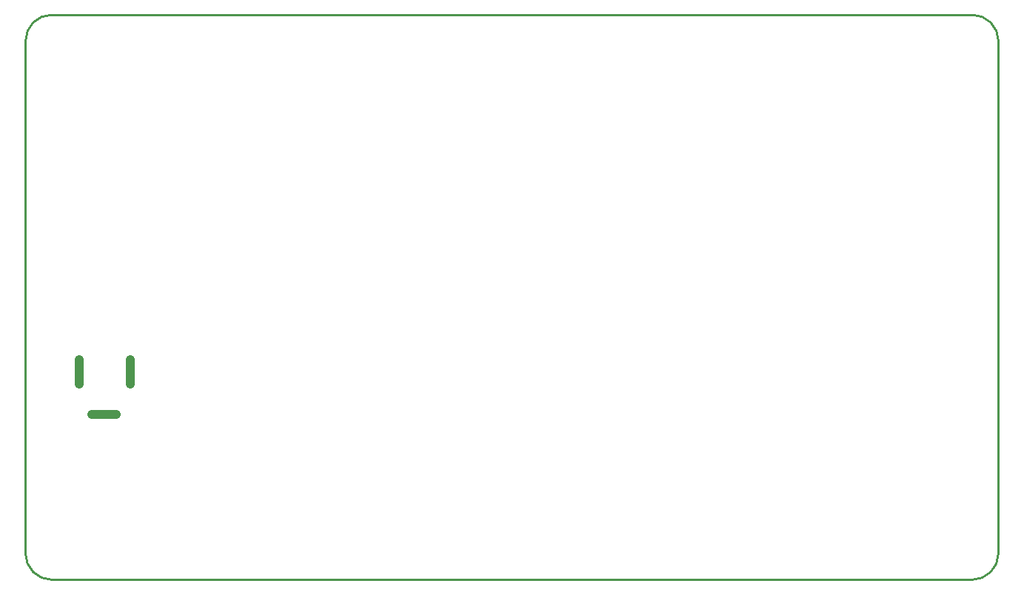
<source format=gko>
%FSTAX24Y24*%
%MOIN*%
G70*
G01*
G75*
G04 Layer_Color=16711935*
%ADD10C,0.0100*%
%ADD11R,0.0512X0.0394*%
%ADD12O,0.0945X0.0236*%
%ADD13R,0.0945X0.0236*%
%ADD14R,0.1575X0.0670*%
%ADD15R,0.0177X0.0453*%
%ADD16R,0.1378X0.0748*%
%ADD17R,0.1732X0.0866*%
%ADD18R,0.0532X0.0472*%
%ADD19R,0.1969X0.2756*%
%ADD20R,0.0472X0.0532*%
%ADD21C,0.0394*%
%ADD22R,0.0591X0.0118*%
%ADD23R,0.0118X0.0591*%
%ADD24O,0.0276X0.0984*%
%ADD25R,0.0472X0.0551*%
%ADD26R,0.0551X0.0472*%
%ADD27R,0.0591X0.0315*%
%ADD28R,0.0787X0.0571*%
%ADD29C,0.0120*%
%ADD30C,0.0300*%
%ADD31C,0.2362*%
%ADD32C,0.0800*%
%ADD33C,0.0700*%
%ADD34C,0.0591*%
%ADD35C,0.0984*%
%ADD36R,0.0984X0.0984*%
%ADD37O,0.0787X0.1890*%
%ADD38O,0.1890X0.0787*%
%ADD39C,0.0591*%
%ADD40C,0.1043*%
%ADD41R,0.0591X0.0591*%
%ADD42C,0.1161*%
%ADD43R,0.0787X0.0787*%
%ADD44C,0.0787*%
%ADD45R,0.0650X0.0650*%
%ADD46C,0.0650*%
%ADD47C,0.0728*%
%ADD48R,0.0728X0.0728*%
%ADD49C,0.1181*%
%ADD50R,0.0591X0.0591*%
%ADD51R,0.0591X0.0591*%
%ADD52C,0.0472*%
%ADD53C,0.0240*%
%ADD54R,0.0374X0.0335*%
%ADD55R,0.0472X0.0256*%
%ADD56R,0.0906X0.0906*%
%ADD57R,0.3701X0.3228*%
%ADD58R,0.1634X0.0374*%
%ADD59O,0.0236X0.0906*%
%ADD60O,0.0709X0.0177*%
%ADD61O,0.0866X0.0236*%
%ADD62C,0.0200*%
%ADD63C,0.0079*%
%ADD64C,0.0039*%
%ADD65C,0.0098*%
%ADD66C,0.0236*%
%ADD67C,0.0030*%
%ADD68C,0.0050*%
%ADD69C,0.0040*%
%ADD70C,0.0059*%
%ADD71R,0.1614X0.0748*%
%ADD72R,0.0592X0.0474*%
%ADD73O,0.1025X0.0316*%
%ADD74R,0.1025X0.0316*%
%ADD75R,0.1655X0.0750*%
%ADD76R,0.0257X0.0533*%
%ADD77R,0.1458X0.0828*%
%ADD78R,0.1812X0.0946*%
%ADD79R,0.0612X0.0552*%
%ADD80R,0.2049X0.2836*%
%ADD81R,0.0552X0.0612*%
%ADD82C,0.0474*%
%ADD83R,0.0671X0.0198*%
%ADD84R,0.0198X0.0671*%
%ADD85O,0.0356X0.1064*%
%ADD86R,0.0552X0.0631*%
%ADD87R,0.0631X0.0552*%
%ADD88R,0.0671X0.0395*%
%ADD89R,0.0867X0.0651*%
%ADD90C,0.2442*%
%ADD91C,0.0880*%
%ADD92C,0.0780*%
%ADD93C,0.0671*%
%ADD94C,0.1064*%
%ADD95R,0.1064X0.1064*%
%ADD96O,0.0867X0.1970*%
%ADD97O,0.1970X0.0867*%
%ADD98C,0.0671*%
%ADD99C,0.1123*%
%ADD100R,0.0671X0.0671*%
%ADD101C,0.1241*%
%ADD102R,0.0867X0.0867*%
%ADD103C,0.0867*%
%ADD104R,0.0730X0.0730*%
%ADD105C,0.0730*%
%ADD106C,0.0808*%
%ADD107R,0.0808X0.0808*%
%ADD108C,0.1261*%
%ADD109R,0.0671X0.0671*%
%ADD110R,0.0671X0.0671*%
%ADD111C,0.0552*%
%ADD112C,0.0320*%
%ADD113R,0.0454X0.0415*%
%ADD114R,0.0552X0.0336*%
%ADD115R,0.0986X0.0986*%
%ADD116R,0.3781X0.3308*%
%ADD117R,0.1714X0.0454*%
%ADD118O,0.0316X0.0986*%
%ADD119O,0.0789X0.0257*%
%ADD120O,0.0946X0.0316*%
%ADD121C,0.0394*%
D10*
X0638Y037916D02*
G03*
X062619Y039097I-001181J0D01*
G01*
Y013653D02*
G03*
X0638Y014834I0J001181D01*
G01*
X02D02*
G03*
X021181Y013653I001181J0D01*
G01*
Y039097D02*
G03*
X02Y037916I0J-001181D01*
G01*
X021181Y039097D02*
X062619D01*
X02Y014834D02*
Y037916D01*
X021181Y013653D02*
X062619D01*
X0638Y014834D02*
Y037916D01*
D121*
X022972Y02111D02*
X024074D01*
X024704Y022449D02*
Y023551D01*
X022421Y022449D02*
Y023551D01*
M02*

</source>
